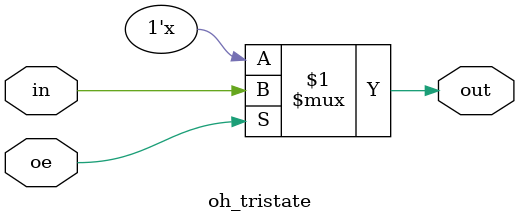
<source format=v>


module oh_tristate
  #(parameter N    = 1,         // block width
    parameter SYN  = "TRUE",    // synthesizable
    parameter TYPE = "DEFAULT"  // implementation type
    )
   (
    input [N-1:0]  in, // signal to io
    input [N-1:0]  oe, // output enable (1 = drive, 0 = high-z)
    output [N-1:0] out // output
    );

   genvar 	    i;
    generate
      if(SYN=="TRUE") begin
	 for (i = 0; i < N; i = i + 1) begin
	    assign out[i] = oe[i] ? in[i] : 1'bz;
	 end
      end
      else begin
	 asic_tristate #(.TYPE(TYPE),
			 .N(N))
	 asic_tristate (// Outputs
			.out	(out[N-1:0]),
			// Inputs
			.in	(in[N-1:0]),
			.ie	(ie[N-1:0]));
      end
    endgenerate
endmodule

</source>
